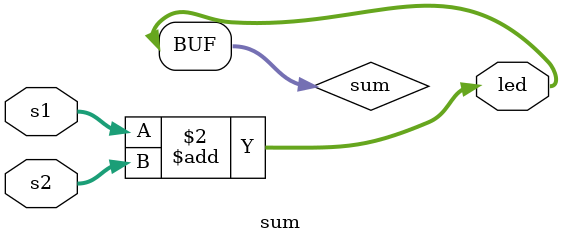
<source format=sv>


module sum (
	input logic [3:0] s1, s2,
	output logic [4:0] led);
	
	// define internal variable
	logic [4:0] sum;
	
	// comb logic
	always_comb
	begin
			sum = s1+s2;
	end
	
	
	assign led = sum;

endmodule
</source>
